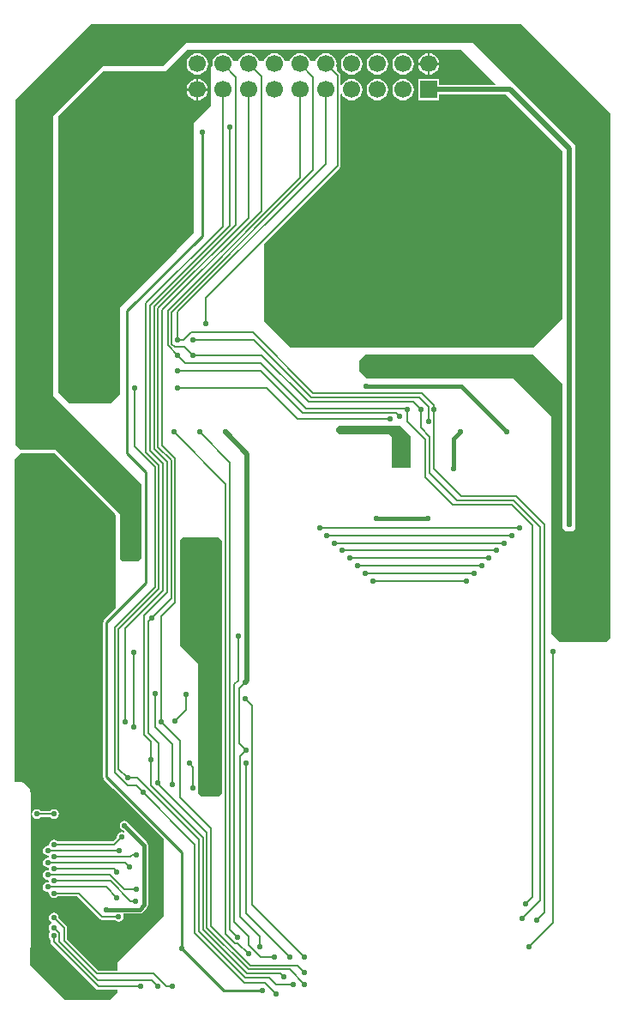
<source format=gtl>
%FSLAX43Y43*%
%MOMM*%
G71*
G01*
G75*
G04 Layer_Physical_Order=1*
G04 Layer_Color=255*
%ADD10C,0.500*%
%ADD11C,0.200*%
%ADD12C,0.250*%
%ADD13C,0.400*%
%ADD14C,1.700*%
%ADD15R,1.700X1.700*%
%ADD16C,0.550*%
G36*
X57200Y-9401D02*
Y-61101D01*
X56800Y-61501D01*
X52200D01*
X51400Y-60701D01*
Y-39301D01*
X47600Y-35501D01*
X33100D01*
X32400Y-34801D01*
Y-33801D01*
X33000Y-33201D01*
X49600D01*
X52500Y-36101D01*
X52500Y-50275D01*
X52800Y-50575D01*
X53500D01*
X53750Y-50325D01*
Y-12500D01*
X43650Y-2426D01*
X15325D01*
X13050Y-4701D01*
X7100D01*
X2200Y-9601D01*
Y-23701D01*
X2200Y-37225D01*
X10900Y-45925D01*
Y-53300D01*
X10600Y-53600D01*
X9100D01*
X8800Y-53301D01*
Y-48901D01*
X2500Y-42601D01*
X-1000D01*
X-1500Y-42101D01*
Y-8001D01*
X5900Y-601D01*
X48400D01*
X57200Y-9401D01*
D02*
G37*
G36*
X37550Y-41176D02*
Y-44376D01*
X35650D01*
Y-41326D01*
X35375Y-41051D01*
X30450D01*
X30150Y-40776D01*
Y-40451D01*
X30450Y-40151D01*
X36525D01*
X37550Y-41176D01*
D02*
G37*
G36*
X45864Y-6464D02*
X45816Y-6582D01*
X40341D01*
Y-5991D01*
X38241D01*
Y-8091D01*
X40341D01*
Y-7499D01*
X46899D01*
X52500Y-13100D01*
Y-29600D01*
X49600Y-32500D01*
X25600Y-32501D01*
X23000Y-29901D01*
Y-22258D01*
X30497Y-14760D01*
X30497Y-14760D01*
X30563Y-14661D01*
X30587Y-14544D01*
Y-7493D01*
X30711Y-7468D01*
X30754Y-7570D01*
X30922Y-7789D01*
X31141Y-7958D01*
X31397Y-8064D01*
X31671Y-8100D01*
X31945Y-8064D01*
X32200Y-7958D01*
X32420Y-7789D01*
X32588Y-7570D01*
X32694Y-7315D01*
X32730Y-7041D01*
X32694Y-6766D01*
X32588Y-6511D01*
X32420Y-6292D01*
X32200Y-6123D01*
X31945Y-6018D01*
X31671Y-5981D01*
X31397Y-6018D01*
X31141Y-6123D01*
X30922Y-6292D01*
X30754Y-6511D01*
X30711Y-6613D01*
X30587Y-6589D01*
Y-5651D01*
X30587Y-5651D01*
X30563Y-5534D01*
X30497Y-5434D01*
X30497Y-5434D01*
X30225Y-5162D01*
Y-4826D01*
X30156Y-4757D01*
X30190Y-4501D01*
X30154Y-4226D01*
X30048Y-3971D01*
X29880Y-3752D01*
X29660Y-3583D01*
X29405Y-3478D01*
X29131Y-3441D01*
X28857Y-3478D01*
X28601Y-3583D01*
X28382Y-3752D01*
X28214Y-3971D01*
X28119Y-4201D01*
X27603D01*
X27508Y-3971D01*
X27340Y-3752D01*
X27120Y-3583D01*
X26865Y-3478D01*
X26591Y-3441D01*
X26317Y-3478D01*
X26061Y-3583D01*
X25842Y-3752D01*
X25674Y-3971D01*
X25579Y-4201D01*
X25063D01*
X24968Y-3971D01*
X24800Y-3752D01*
X24580Y-3583D01*
X24325Y-3478D01*
X24051Y-3441D01*
X23777Y-3478D01*
X23521Y-3583D01*
X23302Y-3752D01*
X23134Y-3971D01*
X23039Y-4201D01*
X22523D01*
X22428Y-3971D01*
X22260Y-3752D01*
X22040Y-3583D01*
X21785Y-3478D01*
X21511Y-3441D01*
X21237Y-3478D01*
X20981Y-3583D01*
X20762Y-3752D01*
X20594Y-3971D01*
X20499Y-4201D01*
X19983D01*
X19888Y-3971D01*
X19720Y-3752D01*
X19500Y-3583D01*
X19245Y-3478D01*
X18971Y-3441D01*
X18697Y-3478D01*
X18441Y-3583D01*
X18222Y-3752D01*
X18054Y-3971D01*
X17948Y-4226D01*
X17912Y-4501D01*
X17937Y-4689D01*
X17800Y-4826D01*
X17800Y-8625D01*
X16050Y-10375D01*
X16050Y-21201D01*
X14350Y-22901D01*
X14350D01*
X14357Y-22918D01*
X8775Y-28501D01*
Y-37076D01*
X7850Y-38000D01*
X3850D01*
X2725Y-36875D01*
Y-9625D01*
X7150Y-5200D01*
X13275D01*
X15400Y-3075D01*
X42475D01*
X45864Y-6464D01*
D02*
G37*
G36*
X18900Y-51525D02*
Y-76450D01*
X18600Y-76750D01*
X16825D01*
X16525Y-76450D01*
Y-63725D01*
X14700Y-61875D01*
X14700Y-51501D01*
X15000Y-51201D01*
X18575Y-51200D01*
X18900Y-51525D01*
D02*
G37*
G36*
X8425Y-48975D02*
Y-58156D01*
X7241Y-59341D01*
X7169Y-59448D01*
X7165Y-59469D01*
X7144Y-59575D01*
Y-74850D01*
X7165Y-74956D01*
X7169Y-74977D01*
X7241Y-75084D01*
X8156Y-76000D01*
X13100Y-80944D01*
Y-88550D01*
X8525Y-93125D01*
Y-93944D01*
X6658D01*
X3581Y-90867D01*
Y-89725D01*
X3581Y-89725D01*
X3558Y-89608D01*
X3491Y-89509D01*
X2726Y-88743D01*
X2734Y-88700D01*
X2697Y-88515D01*
X2592Y-88358D01*
X2435Y-88253D01*
X2250Y-88216D01*
X2065Y-88253D01*
X1908Y-88358D01*
X1803Y-88515D01*
X1766Y-88700D01*
X1803Y-88885D01*
X1908Y-89042D01*
X2048Y-89136D01*
Y-89263D01*
X1907Y-89357D01*
X1802Y-89514D01*
X1766Y-89700D01*
X1802Y-89885D01*
X1907Y-90042D01*
Y-90158D01*
X1802Y-90315D01*
X1766Y-90500D01*
X1802Y-90685D01*
X1907Y-90842D01*
X1944Y-90867D01*
Y-91100D01*
X1944Y-91100D01*
X1967Y-91217D01*
X2034Y-91316D01*
X6434Y-95716D01*
X6434Y-95716D01*
X6533Y-95783D01*
X6650Y-95806D01*
X8525D01*
Y-96075D01*
X7800Y-96800D01*
X3400D01*
X-75Y-93325D01*
X-77Y-91833D01*
X-69Y-91814D01*
X-28Y-91501D01*
X-35D01*
Y-76800D01*
Y-76501D01*
X-28D01*
X-69Y-76187D01*
X-100Y-76114D01*
D01*
X-190Y-75895D01*
X-383Y-75645D01*
X-633Y-75452D01*
X-925Y-75331D01*
X-1239Y-75290D01*
Y-75296D01*
X-1575D01*
Y-43500D01*
X-1000Y-42925D01*
X2375D01*
X8425Y-48975D01*
D02*
G37*
%LPC*%
G36*
X16331Y-7141D02*
X15385D01*
X15408Y-7315D01*
X15514Y-7570D01*
X15682Y-7789D01*
X15901Y-7958D01*
X16157Y-8064D01*
X16331Y-8086D01*
Y-7141D01*
D02*
G37*
G36*
X17477D02*
X16531D01*
Y-8086D01*
X16705Y-8064D01*
X16960Y-7958D01*
X17180Y-7789D01*
X17348Y-7570D01*
X17454Y-7315D01*
X17477Y-7141D01*
D02*
G37*
G36*
X36751Y-5981D02*
X36477Y-6018D01*
X36221Y-6123D01*
X36002Y-6292D01*
X35834Y-6511D01*
X35728Y-6766D01*
X35692Y-7041D01*
X35728Y-7315D01*
X35834Y-7570D01*
X36002Y-7789D01*
X36221Y-7958D01*
X36477Y-8064D01*
X36751Y-8100D01*
X37025Y-8064D01*
X37280Y-7958D01*
X37500Y-7789D01*
X37668Y-7570D01*
X37774Y-7315D01*
X37810Y-7041D01*
X37774Y-6766D01*
X37668Y-6511D01*
X37500Y-6292D01*
X37280Y-6123D01*
X37025Y-6018D01*
X36751Y-5981D01*
D02*
G37*
G36*
X2300Y-78016D02*
X2115Y-78053D01*
X1958Y-78158D01*
X1933Y-78194D01*
X967D01*
X943Y-78158D01*
X786Y-78053D01*
X600Y-78016D01*
X415Y-78053D01*
X258Y-78158D01*
X153Y-78315D01*
X116Y-78500D01*
X153Y-78686D01*
X258Y-78843D01*
X415Y-78948D01*
X600Y-78984D01*
X786Y-78948D01*
X943Y-78843D01*
X967Y-78806D01*
X1933D01*
X1958Y-78843D01*
X2115Y-78948D01*
X2300Y-78984D01*
X2485Y-78948D01*
X2642Y-78843D01*
X2747Y-78686D01*
X2784Y-78500D01*
X2747Y-78315D01*
X2642Y-78158D01*
X2485Y-78053D01*
X2300Y-78016D01*
D02*
G37*
G36*
X9250Y-79145D02*
X9065Y-79182D01*
X8908Y-79287D01*
X8803Y-79444D01*
X8766Y-79630D01*
X8803Y-79815D01*
X8908Y-79972D01*
X9065Y-80077D01*
X9135Y-80091D01*
X9262Y-80219D01*
X9182Y-80317D01*
X9160Y-80303D01*
X8975Y-80266D01*
X8790Y-80303D01*
X8633Y-80408D01*
X8528Y-80565D01*
X8491Y-80750D01*
X8499Y-80793D01*
X8098Y-81194D01*
X2642D01*
X2618Y-81158D01*
X2461Y-81053D01*
X2275Y-81016D01*
X2090Y-81053D01*
X1933Y-81158D01*
X1828Y-81315D01*
X1791Y-81500D01*
X1797Y-81532D01*
X1707Y-81622D01*
X1675Y-81616D01*
X1490Y-81653D01*
X1333Y-81758D01*
X1228Y-81915D01*
X1191Y-82100D01*
X1228Y-82286D01*
X1333Y-82443D01*
X1490Y-82548D01*
X1675Y-82584D01*
X1707Y-82578D01*
X1766Y-82637D01*
Y-82764D01*
X1707Y-82822D01*
X1675Y-82816D01*
X1490Y-82853D01*
X1333Y-82958D01*
X1228Y-83115D01*
X1191Y-83300D01*
X1228Y-83486D01*
X1333Y-83643D01*
X1490Y-83748D01*
X1675Y-83784D01*
X1707Y-83778D01*
X1766Y-83837D01*
Y-83964D01*
X1707Y-84022D01*
X1675Y-84016D01*
X1490Y-84053D01*
X1333Y-84158D01*
X1228Y-84315D01*
X1191Y-84500D01*
X1228Y-84686D01*
X1333Y-84843D01*
X1490Y-84948D01*
X1675Y-84984D01*
X1707Y-84978D01*
X1766Y-85037D01*
Y-85164D01*
X1707Y-85222D01*
X1675Y-85216D01*
X1490Y-85253D01*
X1333Y-85358D01*
X1228Y-85515D01*
X1191Y-85700D01*
X1228Y-85886D01*
X1333Y-86043D01*
X1490Y-86148D01*
X1675Y-86184D01*
X1707Y-86178D01*
X1797Y-86268D01*
X1791Y-86300D01*
X1828Y-86486D01*
X1933Y-86643D01*
X2090Y-86748D01*
X2275Y-86784D01*
X2461Y-86748D01*
X2618Y-86643D01*
X2642Y-86606D01*
X4598D01*
X6834Y-88841D01*
X6933Y-88908D01*
X7050Y-88931D01*
X7050Y-88931D01*
X8308D01*
X8333Y-88967D01*
X8490Y-89072D01*
X8675Y-89109D01*
X8860Y-89072D01*
X9017Y-88967D01*
X9122Y-88810D01*
X9159Y-88625D01*
X9122Y-88440D01*
X9112Y-88425D01*
X9172Y-88313D01*
X10730D01*
X10730Y-88313D01*
X10860Y-88287D01*
X10886Y-88282D01*
X11018Y-88193D01*
X11463Y-87748D01*
X11463Y-87748D01*
X11552Y-87615D01*
X11583Y-87459D01*
Y-82475D01*
Y-81555D01*
X11583Y-81555D01*
X11557Y-81424D01*
X11552Y-81399D01*
X11463Y-81266D01*
X11463Y-81266D01*
X9711Y-79514D01*
X9697Y-79444D01*
X9592Y-79287D01*
X9435Y-79182D01*
X9250Y-79145D01*
D02*
G37*
G36*
X34211Y-5981D02*
X33937Y-6018D01*
X33681Y-6123D01*
X33462Y-6292D01*
X33294Y-6511D01*
X33188Y-6766D01*
X33152Y-7041D01*
X33188Y-7315D01*
X33294Y-7570D01*
X33462Y-7789D01*
X33681Y-7958D01*
X33937Y-8064D01*
X34211Y-8100D01*
X34485Y-8064D01*
X34740Y-7958D01*
X34960Y-7789D01*
X35128Y-7570D01*
X35234Y-7315D01*
X35270Y-7041D01*
X35234Y-6766D01*
X35128Y-6511D01*
X34960Y-6292D01*
X34740Y-6123D01*
X34485Y-6018D01*
X34211Y-5981D01*
D02*
G37*
G36*
X39191Y-4601D02*
X38245D01*
X38268Y-4775D01*
X38374Y-5030D01*
X38542Y-5249D01*
X38761Y-5418D01*
X39017Y-5524D01*
X39191Y-5546D01*
Y-4601D01*
D02*
G37*
G36*
X36751Y-3441D02*
X36477Y-3478D01*
X36221Y-3583D01*
X36002Y-3752D01*
X35834Y-3971D01*
X35728Y-4226D01*
X35692Y-4501D01*
X35728Y-4775D01*
X35834Y-5030D01*
X36002Y-5249D01*
X36221Y-5418D01*
X36477Y-5524D01*
X36751Y-5560D01*
X37025Y-5524D01*
X37280Y-5418D01*
X37500Y-5249D01*
X37668Y-5030D01*
X37774Y-4775D01*
X37810Y-4501D01*
X37774Y-4226D01*
X37668Y-3971D01*
X37500Y-3752D01*
X37280Y-3583D01*
X37025Y-3478D01*
X36751Y-3441D01*
D02*
G37*
G36*
X40337Y-4601D02*
X39391D01*
Y-5546D01*
X39565Y-5524D01*
X39820Y-5418D01*
X40040Y-5249D01*
X40208Y-5030D01*
X40314Y-4775D01*
X40337Y-4601D01*
D02*
G37*
G36*
X39391Y-3455D02*
Y-4401D01*
X40337D01*
X40314Y-4226D01*
X40208Y-3971D01*
X40040Y-3752D01*
X39820Y-3583D01*
X39565Y-3478D01*
X39391Y-3455D01*
D02*
G37*
G36*
X39191D02*
X39017Y-3478D01*
X38761Y-3583D01*
X38542Y-3752D01*
X38374Y-3971D01*
X38268Y-4226D01*
X38245Y-4401D01*
X39191D01*
Y-3455D01*
D02*
G37*
G36*
X16531Y-5995D02*
Y-6941D01*
X17477D01*
X17454Y-6766D01*
X17348Y-6511D01*
X17180Y-6292D01*
X16960Y-6123D01*
X16705Y-6018D01*
X16531Y-5995D01*
D02*
G37*
G36*
X16331D02*
X16157Y-6018D01*
X15901Y-6123D01*
X15682Y-6292D01*
X15514Y-6511D01*
X15408Y-6766D01*
X15385Y-6941D01*
X16331D01*
Y-5995D01*
D02*
G37*
G36*
X16431Y-3441D02*
X16157Y-3478D01*
X15901Y-3583D01*
X15682Y-3752D01*
X15514Y-3971D01*
X15408Y-4226D01*
X15372Y-4501D01*
X15408Y-4775D01*
X15514Y-5030D01*
X15682Y-5249D01*
X15901Y-5418D01*
X16157Y-5524D01*
X16431Y-5560D01*
X16705Y-5524D01*
X16960Y-5418D01*
X17180Y-5249D01*
X17348Y-5030D01*
X17454Y-4775D01*
X17490Y-4501D01*
X17454Y-4226D01*
X17348Y-3971D01*
X17180Y-3752D01*
X16960Y-3583D01*
X16705Y-3478D01*
X16431Y-3441D01*
D02*
G37*
G36*
X34211D02*
X33937Y-3478D01*
X33681Y-3583D01*
X33462Y-3752D01*
X33294Y-3971D01*
X33188Y-4226D01*
X33152Y-4501D01*
X33188Y-4775D01*
X33294Y-5030D01*
X33462Y-5249D01*
X33681Y-5418D01*
X33937Y-5524D01*
X34211Y-5560D01*
X34485Y-5524D01*
X34740Y-5418D01*
X34960Y-5249D01*
X35128Y-5030D01*
X35234Y-4775D01*
X35270Y-4501D01*
X35234Y-4226D01*
X35128Y-3971D01*
X34960Y-3752D01*
X34740Y-3583D01*
X34485Y-3478D01*
X34211Y-3441D01*
D02*
G37*
G36*
X31671D02*
X31397Y-3478D01*
X31141Y-3583D01*
X30922Y-3752D01*
X30754Y-3971D01*
X30648Y-4226D01*
X30612Y-4501D01*
X30648Y-4775D01*
X30754Y-5030D01*
X30922Y-5249D01*
X31141Y-5418D01*
X31397Y-5524D01*
X31671Y-5560D01*
X31945Y-5524D01*
X32200Y-5418D01*
X32420Y-5249D01*
X32588Y-5030D01*
X32694Y-4775D01*
X32730Y-4501D01*
X32694Y-4226D01*
X32588Y-3971D01*
X32420Y-3752D01*
X32200Y-3583D01*
X31945Y-3478D01*
X31671Y-3441D01*
D02*
G37*
%LPD*%
D10*
X53175Y-49900D02*
Y-12850D01*
X47366Y-7041D02*
X53175Y-12850D01*
X39291Y-7041D02*
X47366D01*
X19190Y-40815D02*
X21350Y-42974D01*
Y-58126D02*
Y-42974D01*
Y-65326D02*
Y-58126D01*
X21150Y-65526D02*
X21350Y-65326D01*
D11*
X30281Y-14544D02*
Y-5651D01*
X17250Y-27575D02*
X30281Y-14544D01*
X17250Y-30100D02*
Y-27575D01*
X29131Y-14338D02*
Y-7041D01*
Y-4501D02*
X30281Y-5651D01*
X26591Y-4501D02*
X27900Y-5810D01*
Y-15003D02*
Y-5810D01*
X26591Y-15747D02*
Y-7041D01*
X21511Y-4501D02*
X22775Y-5765D01*
Y-18997D02*
Y-5765D01*
X21511Y-19696D02*
Y-7041D01*
X18971Y-20530D02*
Y-7041D01*
Y-4501D02*
X20250Y-5780D01*
X16200Y-90225D02*
X21125Y-95150D01*
X16200Y-90225D02*
Y-81475D01*
X21125Y-95150D02*
X23100D01*
X21550Y-91450D02*
Y-90575D01*
X20100Y-89125D02*
X21550Y-90575D01*
X20100Y-89125D02*
Y-65675D01*
X21550Y-91450D02*
X22725Y-92625D01*
X20447Y-91225D02*
X21476Y-92255D01*
X20192Y-91225D02*
X20447D01*
X16650Y-40815D02*
X19650Y-43815D01*
Y-89870D02*
Y-43815D01*
X14110Y-40815D02*
X19250Y-45955D01*
Y-90283D02*
Y-45955D01*
X36076Y-38901D02*
X36450Y-39275D01*
X19250Y-90283D02*
X20192Y-91225D01*
X19650Y-89870D02*
X20430Y-90650D01*
X9850Y-87100D02*
X10300D01*
X9537Y-75700D02*
X10425D01*
X8275Y-74438D02*
Y-60078D01*
Y-74438D02*
X9537Y-75700D01*
X8675Y-74025D02*
X9575Y-74925D01*
X8675Y-74025D02*
Y-60244D01*
X12650Y-56269D01*
X8275Y-60078D02*
X12250Y-56103D01*
X6531Y-94250D02*
X12150D01*
X3275Y-90994D02*
X6531Y-94250D01*
X3275Y-90994D02*
Y-89725D01*
X6616Y-94900D02*
X11900D01*
X2825Y-91109D02*
X6616Y-94900D01*
X6650Y-95500D02*
X10800D01*
X2250Y-88700D02*
X3275Y-89725D01*
X12150Y-94250D02*
X13400Y-95500D01*
X11900Y-94900D02*
X12500Y-95500D01*
X13400D02*
X14000D01*
X17800Y-89562D02*
Y-79925D01*
X14700Y-76825D02*
X17800Y-79925D01*
X14700Y-76825D02*
Y-71276D01*
X16600Y-90059D02*
Y-81025D01*
X17000Y-89894D02*
Y-80850D01*
X11850Y-75700D02*
X17000Y-80850D01*
X17400Y-89728D02*
Y-80300D01*
X12575Y-75475D02*
X17400Y-80300D01*
X16600Y-90059D02*
X21166Y-94625D01*
X17000Y-89894D02*
X21331Y-94225D01*
X17400Y-89728D02*
X21497Y-93825D01*
X17800Y-89562D02*
X21663Y-93425D01*
X26325D01*
X21497Y-93825D02*
X25575D01*
X21331Y-94225D02*
X24650D01*
X21166Y-94625D02*
X23550D01*
X22626Y-91626D02*
Y-90601D01*
X20675Y-88650D02*
X22626Y-90601D01*
X20100Y-65675D02*
X20450Y-65325D01*
Y-60925D01*
X20575Y-66101D02*
X21150Y-65526D01*
X20575Y-71551D02*
Y-66101D01*
X16000Y-31751D02*
X22000D01*
X16000Y-33251D02*
X22800D01*
X15250Y-34001D02*
X22700D01*
X14500Y-33251D02*
X15250Y-34001D01*
X38634Y-36935D02*
X39825Y-38126D01*
X27834Y-36935D02*
X38634D01*
X21900Y-31001D02*
X27834Y-36935D01*
X10425Y-75700D02*
X16200Y-81475D01*
X12275Y-69950D02*
Y-66651D01*
X15650Y-73501D02*
X16025Y-73876D01*
Y-75926D02*
Y-73876D01*
X14200Y-69351D02*
X15350Y-68201D01*
Y-66701D01*
X15150Y-32401D02*
X16000Y-33251D01*
X33000Y-54751D02*
X43750D01*
X32250Y-54001D02*
X44500D01*
X31500Y-53251D02*
X45250D01*
X30750Y-52501D02*
X46000D01*
X30000Y-51751D02*
X46750D01*
X29250Y-51001D02*
X47500D01*
X33750Y-55501D02*
X43000D01*
X28500Y-50251D02*
X48250D01*
X39825Y-44426D02*
Y-38551D01*
Y-44426D02*
X42500Y-47101D01*
X23300Y-36501D02*
X26300Y-39501D01*
X35500D01*
X14500Y-36501D02*
X23300D01*
X22700Y-34751D02*
X26850Y-38901D01*
X36076D01*
X14500Y-34751D02*
X22700D01*
X37150Y-38501D02*
X37200Y-38551D01*
X27200Y-38501D02*
X37150D01*
X22700Y-34001D02*
X27200Y-38501D01*
X27400Y-37851D02*
X37800D01*
X38500Y-38551D01*
X22800Y-33251D02*
X27400Y-37851D01*
X38350Y-37401D02*
X39250Y-38301D01*
X27650Y-37401D02*
X38350D01*
X22000Y-31751D02*
X27650Y-37401D01*
X39250Y-39751D02*
Y-38301D01*
X39825Y-38551D02*
Y-38126D01*
X42500Y-47101D02*
X47900D01*
X50700Y-49901D01*
X42100Y-47601D02*
X47700D01*
X41700Y-48001D02*
X47500D01*
X47700Y-47601D02*
X50300Y-50201D01*
X47500Y-48001D02*
X49500Y-50001D01*
X38500Y-40401D02*
Y-38551D01*
X37200Y-39751D02*
Y-38551D01*
X39375Y-44876D02*
X42100Y-47601D01*
X39375Y-44876D02*
Y-41276D01*
X38500Y-40401D02*
X39375Y-41276D01*
X38975Y-45276D02*
X41700Y-48001D01*
X38975Y-45276D02*
Y-41526D01*
X37200Y-39751D02*
X38975Y-41526D01*
X11850Y-74300D02*
Y-73126D01*
X20675Y-88650D02*
Y-72801D01*
X21250Y-72226D01*
X20575Y-71551D02*
X21250Y-72226D01*
X48825Y-87350D02*
X49500Y-86675D01*
Y-50001D01*
X50700Y-88225D02*
Y-49901D01*
X51600Y-89250D02*
Y-62501D01*
X49225Y-91625D02*
X51600Y-89250D01*
X12551Y-75426D02*
X12575Y-75450D01*
X12551Y-75426D02*
X12600Y-75376D01*
X11850Y-74300D02*
X11850Y-74300D01*
X12575Y-75475D02*
Y-75450D01*
X11850Y-75700D02*
Y-74300D01*
X10500Y-74925D02*
X16600Y-81025D01*
X49925Y-89000D02*
X50700Y-88225D01*
X50300Y-87050D02*
Y-50201D01*
X48525Y-88825D02*
X50300Y-87050D01*
X12850Y-69426D02*
X14700Y-71276D01*
X13950Y-75625D02*
Y-71625D01*
X12275Y-69950D02*
X13950Y-71625D01*
X21150Y-67126D02*
X21850Y-67826D01*
Y-87425D02*
Y-67826D01*
Y-87425D02*
X27050Y-92625D01*
X21250Y-88325D02*
Y-73426D01*
Y-88325D02*
X25550Y-92625D01*
X22725D02*
X24050D01*
X600Y-78500D02*
X2300D01*
X24225Y-95300D02*
X25900D01*
X26325Y-93425D02*
X27050Y-94150D01*
X25575Y-93825D02*
X27050Y-95300D01*
X24650Y-94225D02*
X24950Y-94525D01*
X23550Y-94625D02*
X24225Y-95300D01*
X23100Y-95150D02*
X24225Y-96275D01*
X12850Y-69426D02*
X12900Y-69375D01*
X12600Y-75376D02*
Y-71513D01*
X11850Y-73126D02*
Y-71329D01*
X14215Y-32401D02*
X15150D01*
X14500Y-31751D02*
X15099D01*
X15849Y-31001D01*
X21900D01*
X19650Y-20425D02*
Y-10750D01*
X14500Y-31751D02*
Y-28969D01*
X29131Y-14338D01*
X20250Y-20391D02*
Y-5780D01*
X13925Y-32110D02*
X14215Y-32401D01*
X13925Y-32110D02*
Y-28979D01*
X27900Y-15003D01*
X13525Y-32276D02*
X14500Y-33251D01*
X13525Y-32276D02*
Y-28813D01*
X26591Y-15747D01*
X11375Y-28126D02*
X18971Y-20530D01*
X11775Y-28300D02*
X19650Y-20425D01*
X12175Y-28466D02*
X20250Y-20391D01*
X12575Y-28631D02*
X21511Y-19696D01*
X12975Y-28797D02*
X22775Y-18997D01*
X12975Y-42125D02*
Y-28797D01*
X12575Y-42291D02*
Y-28631D01*
X12175Y-42456D02*
Y-28466D01*
X11775Y-42622D02*
Y-28300D01*
X11375Y-42788D02*
Y-28126D01*
X10250Y-42228D02*
Y-36501D01*
Y-42228D02*
X12250Y-44228D01*
X13850Y-57225D02*
Y-43566D01*
X11375Y-42788D02*
X12650Y-44063D01*
X11775Y-42622D02*
X13050Y-43897D01*
X12175Y-42456D02*
X13450Y-43731D01*
X12575Y-42291D02*
X13850Y-43566D01*
X12975Y-42125D02*
X14250Y-43400D01*
X11950Y-59126D02*
X13850Y-57225D01*
X13450Y-56600D02*
Y-43731D01*
X13050Y-56434D02*
Y-43897D01*
X12650Y-56269D02*
Y-44063D01*
X12250Y-56103D02*
Y-44228D01*
X9275Y-60209D02*
X13050Y-56434D01*
X9275Y-69425D02*
Y-60209D01*
X12250Y-66626D02*
X12275Y-66651D01*
X11175Y-70654D02*
X11850Y-71329D01*
X11175Y-58875D02*
X13450Y-56600D01*
X11575Y-59500D02*
X11950Y-59126D01*
X11575Y-70488D02*
X12600Y-71513D01*
X11575Y-70488D02*
Y-59500D01*
X11175Y-70654D02*
Y-58875D01*
X10200Y-69950D02*
Y-62575D01*
X12900Y-69375D02*
Y-59025D01*
X14250Y-57675D01*
Y-43400D01*
X9575Y-74925D02*
X10500D01*
X1675Y-83300D02*
X9300D01*
X2275Y-83900D02*
X8175D01*
X9241Y-85925D02*
X10450D01*
X7446Y-85700D02*
X8473Y-86727D01*
X1675Y-85700D02*
X7446D01*
X2275Y-86300D02*
X4725D01*
X7050Y-88625D01*
X8675D01*
X2250Y-89700D02*
X2263D01*
X2825Y-90262D01*
Y-91109D02*
Y-90262D01*
X2250Y-91100D02*
X6650Y-95500D01*
X2250Y-91100D02*
Y-90500D01*
X2275Y-85100D02*
X7850D01*
X9850Y-87100D01*
X1675Y-84500D02*
X7816D01*
X9241Y-85925D01*
X2275Y-81500D02*
X8225D01*
X8175Y-83900D02*
X8475Y-84200D01*
X1675Y-82100D02*
X8750D01*
X8225Y-81500D02*
X8975Y-80750D01*
X9300Y-83300D02*
X9750Y-83750D01*
X2275Y-82700D02*
X9800D01*
X9975Y-82525D01*
X10450D01*
D12*
X14875Y-91775D02*
Y-82250D01*
X7475Y-74850D02*
X14875Y-82250D01*
X7475Y-74850D02*
Y-59575D01*
X11350Y-55700D02*
Y-44725D01*
X7475Y-59575D02*
X11350Y-55700D01*
X14875Y-91775D02*
X19025Y-95925D01*
X22825D01*
X9500Y-28875D02*
X16900Y-21475D01*
Y-11201D01*
X9500Y-42875D02*
Y-28875D01*
Y-42875D02*
X11350Y-44725D01*
D13*
X42475Y-36276D02*
X47000Y-40801D01*
X33075Y-36276D02*
X42475D01*
X41775Y-41426D02*
X42450Y-40751D01*
X41775Y-44451D02*
Y-41426D01*
X34125Y-49301D02*
X39200D01*
X7426Y-87905D02*
X10730D01*
X11175Y-87459D01*
Y-81555D01*
X9250Y-79630D02*
X11175Y-81555D01*
D14*
X29131Y-4501D02*
D03*
X39291D02*
D03*
X36751D02*
D03*
Y-7041D02*
D03*
X34211Y-4501D02*
D03*
Y-7041D02*
D03*
X31671Y-4501D02*
D03*
Y-7041D02*
D03*
X29131D02*
D03*
X16431D02*
D03*
X18971D02*
D03*
Y-4501D02*
D03*
X21511Y-7041D02*
D03*
Y-4501D02*
D03*
X24051Y-7041D02*
D03*
Y-4501D02*
D03*
X26591D02*
D03*
Y-7041D02*
D03*
X16431Y-4501D02*
D03*
D15*
X39291Y-7041D02*
D03*
D16*
X37257Y-42520D02*
D03*
Y-43720D02*
D03*
X36057Y-42520D02*
D03*
Y-43720D02*
D03*
X2460Y-41310D02*
D03*
X10025Y-91250D02*
D03*
X17900Y-51600D02*
D03*
X19190Y-40815D02*
D03*
X16650D02*
D03*
X14110D02*
D03*
X36450Y-39275D02*
D03*
X20430Y-90650D02*
D03*
X8473Y-86727D02*
D03*
X8675Y-88625D02*
D03*
X10575Y-79425D02*
D03*
X14875Y-91775D02*
D03*
X14000Y-95500D02*
D03*
X12500D02*
D03*
X10800D02*
D03*
X4675Y-88975D02*
D03*
X12000Y-3200D02*
D03*
X20450Y-60925D02*
D03*
X24050Y-92625D02*
D03*
X17250Y-30100D02*
D03*
X12225Y-81950D02*
D03*
X22626Y-91626D02*
D03*
X2250Y-88700D02*
D03*
X12850Y-69426D02*
D03*
X18050Y-62826D02*
D03*
Y-61926D02*
D03*
X33100Y-34801D02*
D03*
X16000Y-33251D02*
D03*
Y-31751D02*
D03*
X6000Y-55251D02*
D03*
Y-57751D02*
D03*
X7750D02*
D03*
Y-55251D02*
D03*
X44500Y-31501D02*
D03*
X42000D02*
D03*
X39500D02*
D03*
Y-13501D02*
D03*
X37000D02*
D03*
X39500Y-15501D02*
D03*
X37000D02*
D03*
X34500D02*
D03*
Y-13501D02*
D03*
X15500Y-20501D02*
D03*
X14000D02*
D03*
X8050Y-32676D02*
D03*
X5600Y-32776D02*
D03*
X14000Y-13501D02*
D03*
X15500D02*
D03*
X10425Y-53151D02*
D03*
X9250Y-53126D02*
D03*
X15400Y-51600D02*
D03*
X41775Y-44451D02*
D03*
X15350Y-66701D02*
D03*
X0Y-74000D02*
D03*
X42450Y-40751D02*
D03*
X34125Y-49301D02*
D03*
X53100Y-60101D02*
D03*
X12575Y-75450D02*
D03*
X21250Y-73426D02*
D03*
Y-72226D02*
D03*
X21150Y-67126D02*
D03*
X16900Y-11201D02*
D03*
X44700Y-35201D02*
D03*
X21150Y-65526D02*
D03*
X43000Y-55501D02*
D03*
X44500Y-54001D02*
D03*
X45250Y-53251D02*
D03*
X46000Y-52501D02*
D03*
X46750Y-51751D02*
D03*
X47500Y-51001D02*
D03*
X48250Y-50251D02*
D03*
X33750Y-55501D02*
D03*
X33000Y-54751D02*
D03*
X32250Y-54001D02*
D03*
X31500Y-53251D02*
D03*
X30750Y-52501D02*
D03*
X30000Y-51751D02*
D03*
X29250Y-51001D02*
D03*
X28500Y-50251D02*
D03*
X43750Y-54751D02*
D03*
X39825Y-38551D02*
D03*
X39250Y-39751D02*
D03*
X38500Y-38551D02*
D03*
X37200Y-38551D02*
D03*
X35500Y-39501D02*
D03*
X10250Y-36501D02*
D03*
X14500Y-31751D02*
D03*
Y-33251D02*
D03*
Y-34751D02*
D03*
Y-36501D02*
D03*
X10500Y-3201D02*
D03*
X36600Y-35201D02*
D03*
X38200D02*
D03*
X39800D02*
D03*
X39200Y-49301D02*
D03*
X15650Y-73501D02*
D03*
X11950Y-59126D02*
D03*
X21350Y-58126D02*
D03*
X47000Y-40801D02*
D03*
X16025Y-75926D02*
D03*
X14200Y-69351D02*
D03*
X54600Y-59876D02*
D03*
X34650Y-34801D02*
D03*
X4750Y-78050D02*
D03*
X32000Y-40501D02*
D03*
X30500D02*
D03*
X33500D02*
D03*
X33075Y-36276D02*
D03*
X17950Y-68026D02*
D03*
X17925Y-69301D02*
D03*
X10300Y-89200D02*
D03*
X12250Y-84300D02*
D03*
X12275Y-86750D02*
D03*
X25550Y-92625D02*
D03*
X27050Y-92625D02*
D03*
X48825Y-87350D02*
D03*
X49225Y-91625D02*
D03*
X51600Y-62501D02*
D03*
X53175Y-49900D02*
D03*
X11125Y-76375D02*
D03*
X4725Y-80175D02*
D03*
X7425Y-96425D02*
D03*
X21476Y-92255D02*
D03*
X49925Y-89000D02*
D03*
X48525Y-88825D02*
D03*
X13950Y-75625D02*
D03*
X2300Y-78500D02*
D03*
X600D02*
D03*
X27050Y-94150D02*
D03*
Y-95300D02*
D03*
X24950Y-94525D02*
D03*
X25900Y-95300D02*
D03*
X24225Y-96275D02*
D03*
X22825Y-95925D02*
D03*
X1750Y-74000D02*
D03*
X11850Y-73126D02*
D03*
X19650Y-10750D02*
D03*
X9275Y-69425D02*
D03*
X12250Y-66626D02*
D03*
X10200Y-69950D02*
D03*
Y-62575D02*
D03*
X9575Y-74925D02*
D03*
X3500Y-96500D02*
D03*
X2250Y-89700D02*
D03*
Y-90500D02*
D03*
X7426Y-87905D02*
D03*
X2275Y-81500D02*
D03*
X1675Y-82100D02*
D03*
Y-83300D02*
D03*
X2275Y-82700D02*
D03*
X1675Y-84500D02*
D03*
X2275Y-83900D02*
D03*
X1675Y-85700D02*
D03*
X2275Y-85100D02*
D03*
X1675Y-86900D02*
D03*
X2275Y-86300D02*
D03*
X10300Y-87100D02*
D03*
X10450Y-85925D02*
D03*
X8475Y-84200D02*
D03*
X9250Y-79630D02*
D03*
X8750Y-82100D02*
D03*
X8975Y-80750D02*
D03*
X9750Y-83750D02*
D03*
X10450Y-82525D02*
D03*
X17650Y-75826D02*
D03*
X42450Y-33525D02*
D03*
M02*

</source>
